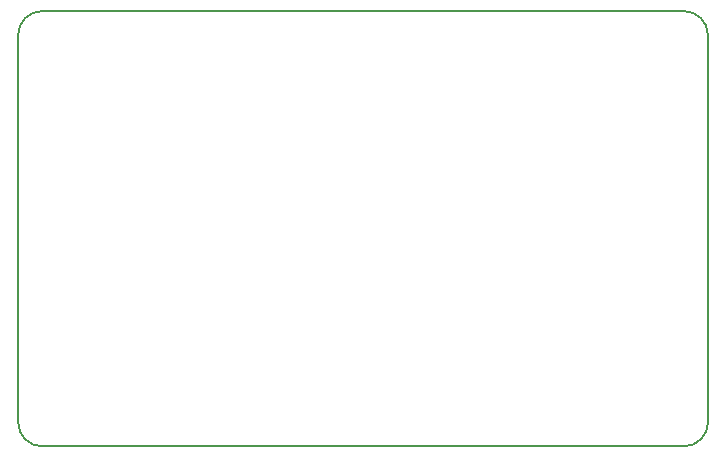
<source format=gm1>
G04 #@! TF.GenerationSoftware,KiCad,Pcbnew,(5.0.0)*
G04 #@! TF.CreationDate,2018-11-03T21:11:36-02:30*
G04 #@! TF.ProjectId,DC-DC Board,44432D444320426F6172642E6B696361,rev?*
G04 #@! TF.SameCoordinates,Original*
G04 #@! TF.FileFunction,Profile,NP*
%FSLAX46Y46*%
G04 Gerber Fmt 4.6, Leading zero omitted, Abs format (unit mm)*
G04 Created by KiCad (PCBNEW (5.0.0)) date 11/03/18 21:11:36*
%MOMM*%
%LPD*%
G01*
G04 APERTURE LIST*
%ADD10C,0.150000*%
G04 APERTURE END LIST*
D10*
X129200000Y-66415000D02*
G75*
G02X127200000Y-68415000I-2000000J0D01*
G01*
X72800000Y-68415000D02*
G75*
G02X70800000Y-66415000I0J2000000D01*
G01*
X127200000Y-31585000D02*
G75*
G02X129200000Y-33585000I0J-2000000D01*
G01*
X70800000Y-33585000D02*
G75*
G02X72800000Y-31585000I2000000J0D01*
G01*
X70800000Y-66415000D02*
X70800000Y-33585000D01*
X127200000Y-68415000D02*
X72800000Y-68415000D01*
X129200000Y-33585000D02*
X129200000Y-66415000D01*
X72800000Y-31585000D02*
X127200000Y-31585000D01*
M02*

</source>
